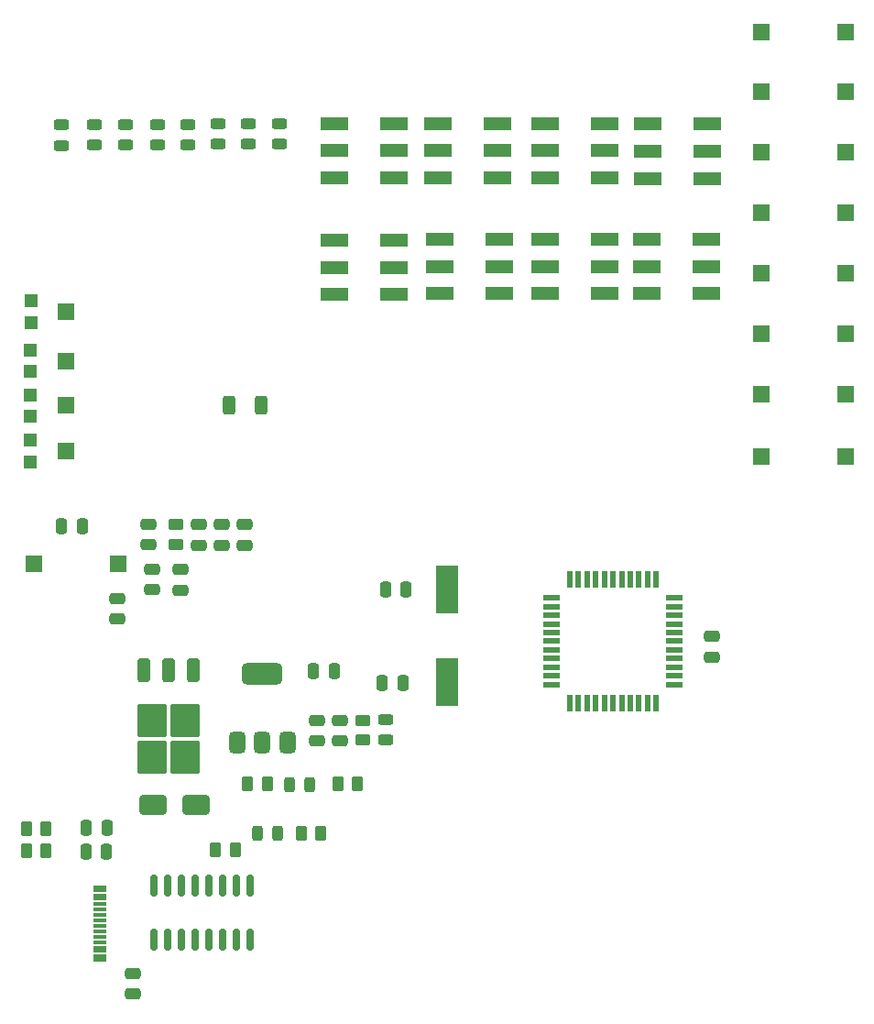
<source format=gbr>
%TF.GenerationSoftware,KiCad,Pcbnew,8.0.4*%
%TF.CreationDate,2025-03-19T03:37:00-05:00*%
%TF.ProjectId,ENRTENADOR ATMEGA1284P,454e5254-454e-4414-944f-522041544d45,rev?*%
%TF.SameCoordinates,Original*%
%TF.FileFunction,Paste,Top*%
%TF.FilePolarity,Positive*%
%FSLAX46Y46*%
G04 Gerber Fmt 4.6, Leading zero omitted, Abs format (unit mm)*
G04 Created by KiCad (PCBNEW 8.0.4) date 2025-03-19 03:37:00*
%MOMM*%
%LPD*%
G01*
G04 APERTURE LIST*
G04 Aperture macros list*
%AMRoundRect*
0 Rectangle with rounded corners*
0 $1 Rounding radius*
0 $2 $3 $4 $5 $6 $7 $8 $9 X,Y pos of 4 corners*
0 Add a 4 corners polygon primitive as box body*
4,1,4,$2,$3,$4,$5,$6,$7,$8,$9,$2,$3,0*
0 Add four circle primitives for the rounded corners*
1,1,$1+$1,$2,$3*
1,1,$1+$1,$4,$5*
1,1,$1+$1,$6,$7*
1,1,$1+$1,$8,$9*
0 Add four rect primitives between the rounded corners*
20,1,$1+$1,$2,$3,$4,$5,0*
20,1,$1+$1,$4,$5,$6,$7,0*
20,1,$1+$1,$6,$7,$8,$9,0*
20,1,$1+$1,$8,$9,$2,$3,0*%
G04 Aperture macros list end*
%ADD10RoundRect,0.243750X-0.456250X0.243750X-0.456250X-0.243750X0.456250X-0.243750X0.456250X0.243750X0*%
%ADD11R,2.500000X1.200000*%
%ADD12R,1.500000X1.500000*%
%ADD13RoundRect,0.150000X0.150000X-0.825000X0.150000X0.825000X-0.150000X0.825000X-0.150000X-0.825000X0*%
%ADD14RoundRect,0.250000X0.250000X0.475000X-0.250000X0.475000X-0.250000X-0.475000X0.250000X-0.475000X0*%
%ADD15RoundRect,0.250000X-0.262500X-0.450000X0.262500X-0.450000X0.262500X0.450000X-0.262500X0.450000X0*%
%ADD16RoundRect,0.250000X0.312500X0.625000X-0.312500X0.625000X-0.312500X-0.625000X0.312500X-0.625000X0*%
%ADD17RoundRect,0.243750X0.456250X-0.243750X0.456250X0.243750X-0.456250X0.243750X-0.456250X-0.243750X0*%
%ADD18R,2.000000X4.500000*%
%ADD19RoundRect,0.250000X0.475000X-0.250000X0.475000X0.250000X-0.475000X0.250000X-0.475000X-0.250000X0*%
%ADD20RoundRect,0.250000X-0.350000X0.850000X-0.350000X-0.850000X0.350000X-0.850000X0.350000X0.850000X0*%
%ADD21RoundRect,0.250000X-1.125000X1.275000X-1.125000X-1.275000X1.125000X-1.275000X1.125000X1.275000X0*%
%ADD22RoundRect,0.250000X-0.475000X0.250000X-0.475000X-0.250000X0.475000X-0.250000X0.475000X0.250000X0*%
%ADD23R,1.500000X0.550000*%
%ADD24R,0.550000X1.500000*%
%ADD25RoundRect,0.250000X0.450000X-0.262500X0.450000X0.262500X-0.450000X0.262500X-0.450000X-0.262500X0*%
%ADD26RoundRect,0.250000X1.000000X0.650000X-1.000000X0.650000X-1.000000X-0.650000X1.000000X-0.650000X0*%
%ADD27R,1.200000X1.200000*%
%ADD28R,1.500000X1.600000*%
%ADD29RoundRect,0.250000X-0.250000X-0.475000X0.250000X-0.475000X0.250000X0.475000X-0.250000X0.475000X0*%
%ADD30RoundRect,0.250000X0.262500X0.450000X-0.262500X0.450000X-0.262500X-0.450000X0.262500X-0.450000X0*%
%ADD31R,1.150000X0.300000*%
%ADD32RoundRect,0.243750X0.243750X0.456250X-0.243750X0.456250X-0.243750X-0.456250X0.243750X-0.456250X0*%
%ADD33RoundRect,0.375000X0.375000X-0.625000X0.375000X0.625000X-0.375000X0.625000X-0.375000X-0.625000X0*%
%ADD34RoundRect,0.500000X1.400000X-0.500000X1.400000X0.500000X-1.400000X0.500000X-1.400000X-0.500000X0*%
G04 APERTURE END LIST*
D10*
%TO.C,D9*%
X22200000Y-12475000D03*
X22200000Y-14350000D03*
%TD*%
%TO.C,D10*%
X19400000Y-12475000D03*
X19400000Y-14350000D03*
%TD*%
D11*
%TO.C,S4*%
X35650000Y-28225000D03*
X35650000Y-25725000D03*
X35650000Y-23225000D03*
X30150000Y-28225000D03*
X30150000Y-25725000D03*
X30150000Y-23225000D03*
%TD*%
D12*
%TO.C,BT1*%
X77400000Y-43170000D03*
X69600000Y-43170000D03*
%TD*%
D13*
%TO.C,U1*%
X13490000Y-87810000D03*
X14760000Y-87810000D03*
X16030000Y-87810000D03*
X17300000Y-87810000D03*
X18570000Y-87810000D03*
X19840000Y-87810000D03*
X21110000Y-87810000D03*
X22380000Y-87810000D03*
X22380000Y-82860000D03*
X21110000Y-82860000D03*
X19840000Y-82860000D03*
X18570000Y-82860000D03*
X17300000Y-82860000D03*
X16030000Y-82860000D03*
X14760000Y-82860000D03*
X13490000Y-82860000D03*
%TD*%
D14*
%TO.C,C2*%
X9110000Y-79680000D03*
X7210000Y-79680000D03*
%TD*%
D15*
%TO.C,R3*%
X19175000Y-79500000D03*
X21000000Y-79500000D03*
%TD*%
D12*
%TO.C,BT8*%
X77400000Y-4020000D03*
X69600000Y-4020000D03*
%TD*%
D16*
%TO.C,R9*%
X20467500Y-38470000D03*
X23392500Y-38470000D03*
%TD*%
D10*
%TO.C,D12*%
X13850000Y-12537500D03*
X13850000Y-14412500D03*
%TD*%
D12*
%TO.C,BT4*%
X77400000Y-26250000D03*
X69600000Y-26250000D03*
%TD*%
D17*
%TO.C,D5*%
X34900000Y-69385000D03*
X34900000Y-67510000D03*
%TD*%
D18*
%TO.C,Y1*%
X40600000Y-64000000D03*
X40600000Y-55500000D03*
%TD*%
D12*
%TO.C,BT5*%
X77400000Y-20700000D03*
X69600000Y-20700000D03*
%TD*%
D19*
%TO.C,C5*%
X15960000Y-55520000D03*
X15960000Y-53620000D03*
%TD*%
D20*
%TO.C,U2*%
X17110000Y-62950000D03*
X14830000Y-62950000D03*
D21*
X16355000Y-67575000D03*
X13305000Y-67575000D03*
X16355000Y-70925000D03*
X13305000Y-70925000D03*
D20*
X12550000Y-62950000D03*
%TD*%
D15*
%TO.C,R4*%
X22160000Y-73450000D03*
X23985000Y-73450000D03*
%TD*%
D22*
%TO.C,C8*%
X12975000Y-49425000D03*
X12975000Y-51325000D03*
%TD*%
D14*
%TO.C,C15*%
X36775000Y-55500000D03*
X34875000Y-55500000D03*
%TD*%
D12*
%TO.C,SW1*%
X10180000Y-53080000D03*
X2380000Y-53080000D03*
%TD*%
D23*
%TO.C,U4*%
X50225000Y-56250000D03*
X50225000Y-57050000D03*
X50225000Y-57850000D03*
X50225000Y-58650000D03*
X50225000Y-59450000D03*
X50225000Y-60250000D03*
X50225000Y-61050000D03*
X50225000Y-61850000D03*
X50225000Y-62650000D03*
X50225000Y-63450000D03*
X50225000Y-64250000D03*
D24*
X51925000Y-65950000D03*
X52725000Y-65950000D03*
X53525000Y-65950000D03*
X54325000Y-65950000D03*
X55125000Y-65950000D03*
X55925000Y-65950000D03*
X56725000Y-65950000D03*
X57525000Y-65950000D03*
X58325000Y-65950000D03*
X59125000Y-65950000D03*
X59925000Y-65950000D03*
D23*
X61625000Y-64250000D03*
X61625000Y-63450000D03*
X61625000Y-62650000D03*
X61625000Y-61850000D03*
X61625000Y-61050000D03*
X61625000Y-60250000D03*
X61625000Y-59450000D03*
X61625000Y-58650000D03*
X61625000Y-57850000D03*
X61625000Y-57050000D03*
X61625000Y-56250000D03*
D24*
X59925000Y-54550000D03*
X59125000Y-54550000D03*
X58325000Y-54550000D03*
X57525000Y-54550000D03*
X56725000Y-54550000D03*
X55925000Y-54550000D03*
X55125000Y-54550000D03*
X54325000Y-54550000D03*
X53525000Y-54550000D03*
X52725000Y-54550000D03*
X51925000Y-54550000D03*
%TD*%
D25*
%TO.C,R8*%
X15500000Y-51300000D03*
X15500000Y-49475000D03*
%TD*%
D26*
%TO.C,D2*%
X17390000Y-75370000D03*
X13390000Y-75370000D03*
%TD*%
D19*
%TO.C,C4*%
X13350000Y-55500000D03*
X13350000Y-53600000D03*
%TD*%
D27*
%TO.C,RV4*%
X2120000Y-28840000D03*
D28*
X5370000Y-29840000D03*
D27*
X2120000Y-30840000D03*
%TD*%
D11*
%TO.C,S8*%
X35700000Y-17450000D03*
X35700000Y-14950000D03*
X35700000Y-12450000D03*
X30200000Y-17450000D03*
X30200000Y-14950000D03*
X30200000Y-12450000D03*
%TD*%
D22*
%TO.C,C7*%
X19775000Y-49475000D03*
X19775000Y-51375000D03*
%TD*%
D11*
%TO.C,S1*%
X64575000Y-28150000D03*
X64575000Y-25650000D03*
X64575000Y-23150000D03*
X59075000Y-28150000D03*
X59075000Y-25650000D03*
X59075000Y-23150000D03*
%TD*%
D10*
%TO.C,D11*%
X16625000Y-12525000D03*
X16625000Y-14400000D03*
%TD*%
D29*
%TO.C,C11*%
X28255000Y-63030000D03*
X30155000Y-63030000D03*
%TD*%
D30*
%TO.C,R1*%
X28912500Y-78000000D03*
X27087500Y-78000000D03*
%TD*%
D12*
%TO.C,BT2*%
X77400000Y-37430000D03*
X69600000Y-37430000D03*
%TD*%
D22*
%TO.C,C13*%
X65075000Y-59825000D03*
X65075000Y-61725000D03*
%TD*%
D11*
%TO.C,S6*%
X55150000Y-17450000D03*
X55150000Y-14950000D03*
X55150000Y-12450000D03*
X49650000Y-17450000D03*
X49650000Y-14950000D03*
X49650000Y-12450000D03*
%TD*%
D25*
%TO.C,R7*%
X32830000Y-69372500D03*
X32830000Y-67547500D03*
%TD*%
D10*
%TO.C,D8*%
X25075000Y-12475000D03*
X25075000Y-14350000D03*
%TD*%
D31*
%TO.C,J2*%
X8470000Y-83245000D03*
X8470000Y-84045000D03*
X8470000Y-84545000D03*
X8470000Y-85545000D03*
X8470000Y-87045000D03*
X8470000Y-88045000D03*
X8470000Y-88545000D03*
X8470000Y-89345000D03*
X8470000Y-89645000D03*
X8470000Y-88845000D03*
X8470000Y-87545000D03*
X8470000Y-86545000D03*
X8470000Y-86045000D03*
X8470000Y-85045000D03*
X8470000Y-83745000D03*
X8470000Y-82945000D03*
%TD*%
D30*
%TO.C,R2*%
X32320000Y-73440000D03*
X30495000Y-73440000D03*
%TD*%
D14*
%TO.C,C14*%
X36500000Y-64075000D03*
X34600000Y-64075000D03*
%TD*%
D22*
%TO.C,C6*%
X17625000Y-49475000D03*
X17625000Y-51375000D03*
%TD*%
D14*
%TO.C,C17*%
X6875000Y-49665000D03*
X4975000Y-49665000D03*
%TD*%
%TO.C,C1*%
X9140000Y-77500000D03*
X7240000Y-77500000D03*
%TD*%
D10*
%TO.C,D13*%
X10900000Y-12525000D03*
X10900000Y-14400000D03*
%TD*%
D11*
%TO.C,S7*%
X45250000Y-17450000D03*
X45250000Y-14950000D03*
X45250000Y-12450000D03*
X39750000Y-17450000D03*
X39750000Y-14950000D03*
X39750000Y-12450000D03*
%TD*%
%TO.C,S3*%
X45425000Y-28150000D03*
X45425000Y-25650000D03*
X45425000Y-23150000D03*
X39925000Y-28150000D03*
X39925000Y-25650000D03*
X39925000Y-23150000D03*
%TD*%
D15*
%TO.C,R5*%
X1710000Y-79620000D03*
X3535000Y-79620000D03*
%TD*%
D12*
%TO.C,BT7*%
X77400000Y-9470000D03*
X69600000Y-9470000D03*
%TD*%
D22*
%TO.C,C3*%
X11575000Y-90950000D03*
X11575000Y-92850000D03*
%TD*%
D10*
%TO.C,D15*%
X4950000Y-12575000D03*
X4950000Y-14450000D03*
%TD*%
D27*
%TO.C,RV3*%
X2090000Y-33360000D03*
D28*
X5340000Y-34360000D03*
D27*
X2090000Y-35360000D03*
%TD*%
D11*
%TO.C,S5*%
X64600000Y-17500000D03*
X64600000Y-15000000D03*
X64600000Y-12500000D03*
X59100000Y-17500000D03*
X59100000Y-15000000D03*
X59100000Y-12500000D03*
%TD*%
D19*
%TO.C,C16*%
X10150000Y-58200000D03*
X10150000Y-56300000D03*
%TD*%
D15*
%TO.C,R6*%
X1707500Y-77530000D03*
X3532500Y-77530000D03*
%TD*%
D32*
%TO.C,D4*%
X27905000Y-73490000D03*
X26030000Y-73490000D03*
%TD*%
D27*
%TO.C,RV1*%
X2090000Y-41670000D03*
D28*
X5340000Y-42670000D03*
D27*
X2090000Y-43670000D03*
%TD*%
D22*
%TO.C,C12*%
X21900000Y-49475000D03*
X21900000Y-51375000D03*
%TD*%
%TO.C,C10*%
X30680000Y-67560000D03*
X30680000Y-69460000D03*
%TD*%
D32*
%TO.C,D3*%
X24937500Y-78000000D03*
X23062500Y-78000000D03*
%TD*%
D12*
%TO.C,BT3*%
X77400000Y-31880000D03*
X69600000Y-31880000D03*
%TD*%
D33*
%TO.C,U3*%
X21225000Y-69600000D03*
X23525000Y-69600000D03*
D34*
X23525000Y-63300000D03*
D33*
X25825000Y-69600000D03*
%TD*%
D12*
%TO.C,BT6*%
X77400000Y-15070000D03*
X69600000Y-15070000D03*
%TD*%
D27*
%TO.C,RV2*%
X2090000Y-37480000D03*
D28*
X5340000Y-38480000D03*
D27*
X2090000Y-39480000D03*
%TD*%
D10*
%TO.C,D14*%
X7950000Y-12550000D03*
X7950000Y-14425000D03*
%TD*%
D19*
%TO.C,C9*%
X28530000Y-69450000D03*
X28530000Y-67550000D03*
%TD*%
D11*
%TO.C,S2*%
X55175000Y-28150000D03*
X55175000Y-25650000D03*
X55175000Y-23150000D03*
X49675000Y-28150000D03*
X49675000Y-25650000D03*
X49675000Y-23150000D03*
%TD*%
M02*

</source>
